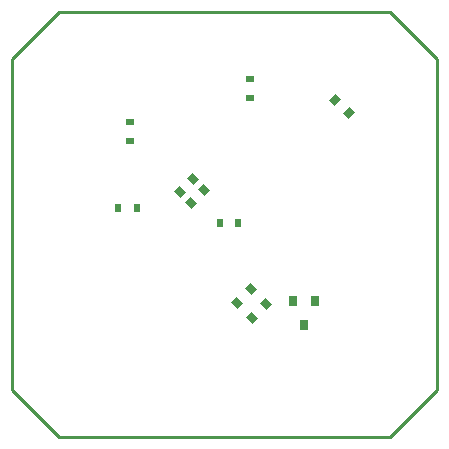
<source format=gbp>
%FSLAX24Y24*%
%MOIN*%
G70*
G01*
G75*
G04 Layer_Color=128*
%ADD10R,0.0236X0.0315*%
G04:AMPARAMS|DCode=11|XSize=15.7mil|YSize=59.1mil|CornerRadius=0mil|HoleSize=0mil|Usage=FLASHONLY|Rotation=315.000|XOffset=0mil|YOffset=0mil|HoleType=Round|Shape=Rectangle|*
%AMROTATEDRECTD11*
4,1,4,-0.0264,-0.0153,0.0153,0.0264,0.0264,0.0153,-0.0153,-0.0264,-0.0264,-0.0153,0.0*
%
%ADD11ROTATEDRECTD11*%

G04:AMPARAMS|DCode=12|XSize=15.7mil|YSize=59.1mil|CornerRadius=0mil|HoleSize=0mil|Usage=FLASHONLY|Rotation=45.000|XOffset=0mil|YOffset=0mil|HoleType=Round|Shape=Rectangle|*
%AMROTATEDRECTD12*
4,1,4,0.0153,-0.0264,-0.0264,0.0153,-0.0153,0.0264,0.0264,-0.0153,0.0153,-0.0264,0.0*
%
%ADD12ROTATEDRECTD12*%

G04:AMPARAMS|DCode=13|XSize=15.7mil|YSize=59.1mil|CornerRadius=0mil|HoleSize=0mil|Usage=FLASHONLY|Rotation=45.000|XOffset=0mil|YOffset=0mil|HoleType=Round|Shape=Round|*
%AMOVALD13*
21,1,0.0433,0.0157,0.0000,0.0000,135.0*
1,1,0.0157,0.0153,-0.0153*
1,1,0.0157,-0.0153,0.0153*
%
%ADD13OVALD13*%

%ADD14R,0.0450X0.0450*%
%ADD15R,0.0472X0.1457*%
%ADD16C,0.0200*%
%ADD17C,0.0100*%
%ADD18C,0.0150*%
%ADD19R,0.0540X0.0670*%
%ADD20R,0.1080X0.0760*%
%ADD21R,0.1260X0.1080*%
%ADD22R,0.0820X0.1791*%
%ADD23R,0.0394X0.1575*%
%ADD24R,0.0394X0.1181*%
%ADD25R,0.1181X0.1575*%
%ADD26R,0.1575X0.0394*%
%ADD27R,0.1181X0.0394*%
%ADD28R,0.1575X0.1181*%
%ADD29C,0.0625*%
G04:AMPARAMS|DCode=30|XSize=62.5mil|YSize=62.5mil|CornerRadius=0mil|HoleSize=0mil|Usage=FLASHONLY|Rotation=180.000|XOffset=0mil|YOffset=0mil|HoleType=Round|Shape=Octagon|*
%AMOCTAGOND30*
4,1,8,-0.0313,0.0156,-0.0313,-0.0156,-0.0156,-0.0313,0.0156,-0.0313,0.0313,-0.0156,0.0313,0.0156,0.0156,0.0313,-0.0156,0.0313,-0.0313,0.0156,0.0*
%
%ADD30OCTAGOND30*%

%ADD31C,0.0250*%
G04:AMPARAMS|DCode=32|XSize=23.6mil|YSize=31.5mil|CornerRadius=0mil|HoleSize=0mil|Usage=FLASHONLY|Rotation=45.000|XOffset=0mil|YOffset=0mil|HoleType=Round|Shape=Rectangle|*
%AMROTATEDRECTD32*
4,1,4,0.0028,-0.0195,-0.0195,0.0028,-0.0028,0.0195,0.0195,-0.0028,0.0028,-0.0195,0.0*
%
%ADD32ROTATEDRECTD32*%

G04:AMPARAMS|DCode=33|XSize=23.6mil|YSize=31.5mil|CornerRadius=0mil|HoleSize=0mil|Usage=FLASHONLY|Rotation=135.000|XOffset=0mil|YOffset=0mil|HoleType=Round|Shape=Rectangle|*
%AMROTATEDRECTD33*
4,1,4,0.0195,0.0028,-0.0028,-0.0195,-0.0195,-0.0028,0.0028,0.0195,0.0195,0.0028,0.0*
%
%ADD33ROTATEDRECTD33*%

%ADD34R,0.0315X0.0236*%
%ADD35R,0.0310X0.0350*%
%ADD36R,0.0440X0.1070*%
%ADD37C,0.0039*%
%ADD38C,0.0060*%
%ADD39C,0.0075*%
%ADD40C,0.0070*%
%ADD41R,1.1024X0.1575*%
%ADD42R,0.1575X1.2598*%
%ADD43R,1.4173X0.1575*%
%ADD44R,0.1575X1.2598*%
%ADD45R,0.0316X0.0395*%
G04:AMPARAMS|DCode=46|XSize=23.7mil|YSize=67.1mil|CornerRadius=0mil|HoleSize=0mil|Usage=FLASHONLY|Rotation=315.000|XOffset=0mil|YOffset=0mil|HoleType=Round|Shape=Rectangle|*
%AMROTATEDRECTD46*
4,1,4,-0.0321,-0.0153,0.0153,0.0321,0.0321,0.0153,-0.0153,-0.0321,-0.0321,-0.0153,0.0*
%
%ADD46ROTATEDRECTD46*%

G04:AMPARAMS|DCode=47|XSize=23.7mil|YSize=67.1mil|CornerRadius=0mil|HoleSize=0mil|Usage=FLASHONLY|Rotation=45.000|XOffset=0mil|YOffset=0mil|HoleType=Round|Shape=Rectangle|*
%AMROTATEDRECTD47*
4,1,4,0.0153,-0.0321,-0.0321,0.0153,-0.0153,0.0321,0.0321,-0.0153,0.0153,-0.0321,0.0*
%
%ADD47ROTATEDRECTD47*%

G04:AMPARAMS|DCode=48|XSize=23.7mil|YSize=67.1mil|CornerRadius=0mil|HoleSize=0mil|Usage=FLASHONLY|Rotation=45.000|XOffset=0mil|YOffset=0mil|HoleType=Round|Shape=Round|*
%AMOVALD48*
21,1,0.0433,0.0237,0.0000,0.0000,135.0*
1,1,0.0237,0.0153,-0.0153*
1,1,0.0237,-0.0153,0.0153*
%
%ADD48OVALD48*%

%ADD49R,0.0530X0.0530*%
%ADD50R,0.0552X0.1537*%
%ADD51R,0.0474X0.1655*%
%ADD52R,0.0474X0.1261*%
%ADD53R,0.1261X0.1655*%
%ADD54R,0.1655X0.0474*%
%ADD55R,0.1261X0.0474*%
%ADD56R,0.1655X0.1261*%
%ADD57R,0.0080X0.0080*%
%ADD58C,0.0705*%
G04:AMPARAMS|DCode=59|XSize=70.5mil|YSize=70.5mil|CornerRadius=0mil|HoleSize=0mil|Usage=FLASHONLY|Rotation=180.000|XOffset=0mil|YOffset=0mil|HoleType=Round|Shape=Octagon|*
%AMOCTAGOND59*
4,1,8,-0.0353,0.0176,-0.0353,-0.0176,-0.0176,-0.0353,0.0176,-0.0353,0.0353,-0.0176,0.0353,0.0176,0.0176,0.0353,-0.0176,0.0353,-0.0353,0.0176,0.0*
%
%ADD59OCTAGOND59*%

%ADD60C,0.0330*%
%ADD61R,0.1575X1.1024*%
%ADD62R,1.2598X0.1575*%
G04:AMPARAMS|DCode=63|XSize=31.6mil|YSize=39.5mil|CornerRadius=0mil|HoleSize=0mil|Usage=FLASHONLY|Rotation=45.000|XOffset=0mil|YOffset=0mil|HoleType=Round|Shape=Rectangle|*
%AMROTATEDRECTD63*
4,1,4,0.0028,-0.0251,-0.0251,0.0028,-0.0028,0.0251,0.0251,-0.0028,0.0028,-0.0251,0.0*
%
%ADD63ROTATEDRECTD63*%

G04:AMPARAMS|DCode=64|XSize=31.6mil|YSize=39.5mil|CornerRadius=0mil|HoleSize=0mil|Usage=FLASHONLY|Rotation=135.000|XOffset=0mil|YOffset=0mil|HoleType=Round|Shape=Rectangle|*
%AMROTATEDRECTD64*
4,1,4,0.0251,0.0028,-0.0028,-0.0251,-0.0251,-0.0028,0.0028,0.0251,0.0251,0.0028,0.0*
%
%ADD64ROTATEDRECTD64*%

%ADD65R,0.0395X0.0316*%
%ADD66R,0.0390X0.0430*%
D10*
X37625Y28080D02*
D03*
X38255D02*
D03*
X34255Y28590D02*
D03*
X34885D02*
D03*
D17*
X30713Y33561D02*
X32287Y35136D01*
X30713Y22537D02*
Y33561D01*
Y22537D02*
X32287Y20963D01*
X43311D01*
X44886Y22537D01*
Y33561D01*
X43311Y35136D02*
X44886Y33561D01*
X32287Y35136D02*
X43311D01*
D32*
X38663Y25883D02*
D03*
X38217Y25437D02*
D03*
X39163Y25383D02*
D03*
X38717Y24937D02*
D03*
X36743Y29553D02*
D03*
X36297Y29107D02*
D03*
X37103Y29203D02*
D03*
X36657Y28757D02*
D03*
D33*
X41477Y32193D02*
D03*
X41923Y31747D02*
D03*
D34*
X38650Y32265D02*
D03*
Y32895D02*
D03*
X34650Y30825D02*
D03*
Y31455D02*
D03*
D35*
X40080Y25480D02*
D03*
X40820D02*
D03*
X40450Y24690D02*
D03*
M02*

</source>
